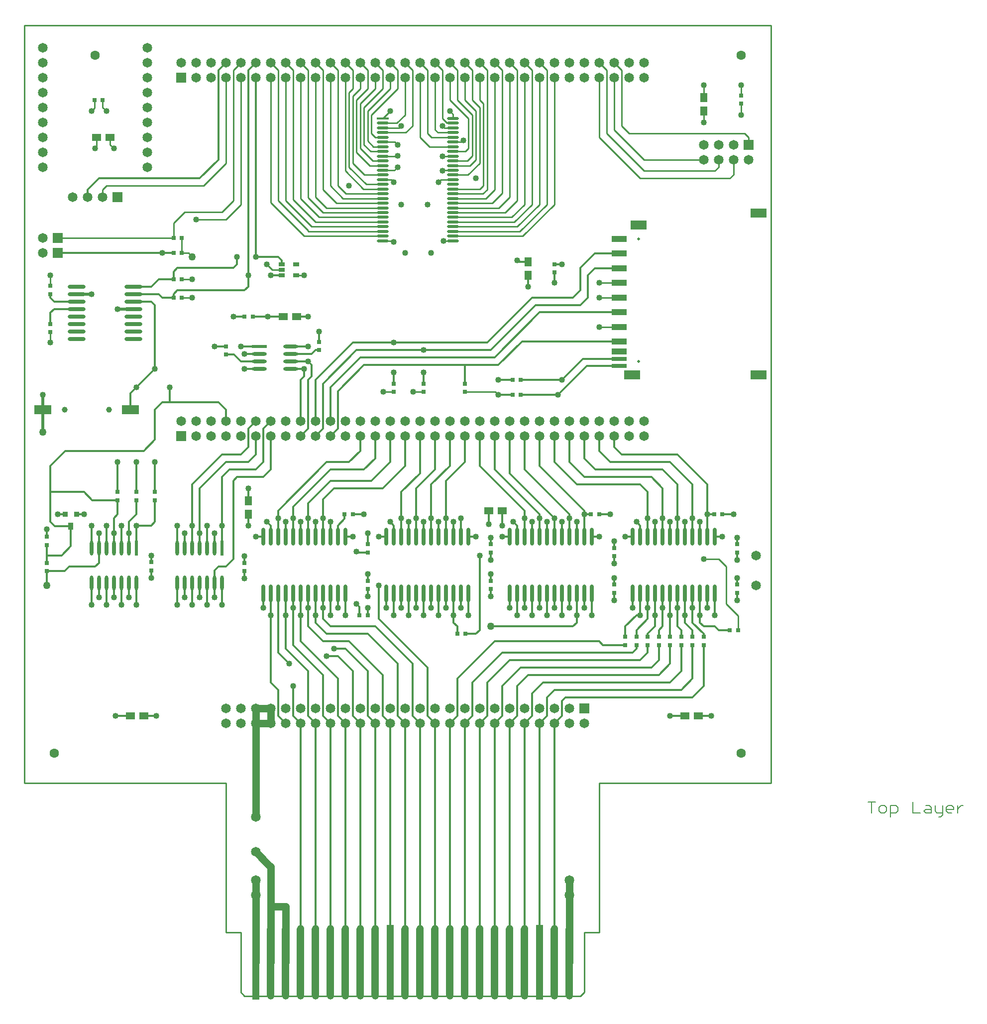
<source format=gtl>
G04*
G04 #@! TF.GenerationSoftware,Altium Limited,CircuitStudio,1.5.2 (30)*
G04*
G04 Layer_Physical_Order=1*
G04 Layer_Color=255*
%FSLAX25Y25*%
%MOIN*%
G70*
G01*
G75*
%ADD10O,0.02400X0.11937*%
%ADD11C,0.05000*%
%ADD12R,0.03000X0.03000*%
%ADD13R,0.11811X0.06300*%
%ADD14O,0.11937X0.02400*%
%ADD15R,0.09843X0.02362*%
%ADD16O,0.09843X0.02362*%
%ADD17O,0.05000X0.50000*%
%ADD18R,0.05000X0.50000*%
%ADD19R,0.03937X0.02756*%
%ADD20R,0.03600X0.05000*%
%ADD21R,0.03600X0.03600*%
%ADD22R,0.07874X0.01772*%
%ADD23O,0.07874X0.01772*%
%ADD24R,0.02362X0.09843*%
%ADD25O,0.02362X0.09843*%
%ADD26R,0.11024X0.05906*%
%ADD27R,0.09843X0.03937*%
%ADD28R,0.09843X0.02953*%
%ADD29R,0.05000X0.06000*%
%ADD30R,0.06000X0.05000*%
%ADD31R,0.03000X0.03000*%
%ADD32C,0.02000*%
%ADD33C,0.01000*%
%ADD34C,0.01200*%
%ADD35C,0.05000*%
%ADD36C,0.00800*%
%ADD37C,0.06500*%
%ADD38R,0.06500X0.06500*%
%ADD39C,0.03937*%
%ADD40C,0.01969*%
%ADD41C,0.06300*%
%ADD42R,0.06500X0.06500*%
%ADD43C,0.04000*%
D10*
X470000Y1377500D02*
D03*
X420000D02*
D03*
X415000D02*
D03*
Y1339500D02*
D03*
X465000Y1377500D02*
D03*
X460000D02*
D03*
X455000D02*
D03*
X450000D02*
D03*
X445000D02*
D03*
X440000D02*
D03*
X435000D02*
D03*
X430000D02*
D03*
X425000D02*
D03*
X460000Y1339500D02*
D03*
X465000D02*
D03*
X470000D02*
D03*
X455000D02*
D03*
X445000D02*
D03*
X450000D02*
D03*
X425000D02*
D03*
X440000D02*
D03*
X435000D02*
D03*
X430000D02*
D03*
X420000D02*
D03*
X717500Y1377500D02*
D03*
X667500D02*
D03*
X662500D02*
D03*
Y1339500D02*
D03*
X712500Y1377500D02*
D03*
X707500D02*
D03*
X702500D02*
D03*
X697500D02*
D03*
X692500D02*
D03*
X687500D02*
D03*
X682500D02*
D03*
X677500D02*
D03*
X672500D02*
D03*
X707500Y1339500D02*
D03*
X712500D02*
D03*
X717500D02*
D03*
X702500D02*
D03*
X692500D02*
D03*
X697500D02*
D03*
X672500D02*
D03*
X687500D02*
D03*
X682500D02*
D03*
X677500D02*
D03*
X667500D02*
D03*
X552500Y1377500D02*
D03*
X502500D02*
D03*
X497500D02*
D03*
Y1339500D02*
D03*
X547500Y1377500D02*
D03*
X542500D02*
D03*
X537500D02*
D03*
X532500D02*
D03*
X527500D02*
D03*
X522500D02*
D03*
X517500D02*
D03*
X512500D02*
D03*
X507500D02*
D03*
X542500Y1339500D02*
D03*
X547500D02*
D03*
X552500D02*
D03*
X537500D02*
D03*
X527500D02*
D03*
X532500D02*
D03*
X507500D02*
D03*
X522500D02*
D03*
X517500D02*
D03*
X512500D02*
D03*
X502500D02*
D03*
X635000Y1377500D02*
D03*
X585000D02*
D03*
X580000D02*
D03*
Y1339500D02*
D03*
X630000Y1377500D02*
D03*
X625000D02*
D03*
X620000D02*
D03*
X615000D02*
D03*
X610000D02*
D03*
X605000D02*
D03*
X600000D02*
D03*
X595000D02*
D03*
X590000D02*
D03*
X625000Y1339500D02*
D03*
X630000D02*
D03*
X635000D02*
D03*
X620000D02*
D03*
X610000D02*
D03*
X615000D02*
D03*
X590000D02*
D03*
X605000D02*
D03*
X600000D02*
D03*
X595000D02*
D03*
X585000D02*
D03*
D11*
X267500Y1447500D02*
D03*
X567500Y1317500D02*
D03*
X270000Y1345000D02*
D03*
X367500Y1565000D02*
D03*
D12*
X272500Y1514500D02*
D03*
Y1520000D02*
D03*
Y1545500D02*
D03*
Y1540000D02*
D03*
X550000Y1480000D02*
D03*
Y1474500D02*
D03*
X735000Y1667500D02*
D03*
Y1673000D02*
D03*
X650000Y1364500D02*
D03*
Y1370000D02*
D03*
Y1340000D02*
D03*
Y1345500D02*
D03*
X567500Y1367000D02*
D03*
Y1372500D02*
D03*
Y1342500D02*
D03*
Y1348000D02*
D03*
X485000Y1367000D02*
D03*
Y1372500D02*
D03*
Y1342500D02*
D03*
Y1348000D02*
D03*
X732500Y1367000D02*
D03*
Y1372500D02*
D03*
Y1340000D02*
D03*
Y1345500D02*
D03*
X402500Y1354500D02*
D03*
Y1360000D02*
D03*
X340000Y1355000D02*
D03*
Y1360500D02*
D03*
X270000Y1360000D02*
D03*
Y1354500D02*
D03*
Y1377500D02*
D03*
Y1372000D02*
D03*
X342500Y1407500D02*
D03*
Y1402000D02*
D03*
X317500Y1407500D02*
D03*
Y1402000D02*
D03*
X330000Y1407500D02*
D03*
Y1402000D02*
D03*
X390000Y1505000D02*
D03*
Y1499500D02*
D03*
X452500Y1502500D02*
D03*
Y1508000D02*
D03*
X610000Y1560000D02*
D03*
Y1554500D02*
D03*
X502500Y1480000D02*
D03*
Y1474500D02*
D03*
X522500Y1480000D02*
D03*
Y1474500D02*
D03*
X657500Y1310500D02*
D03*
Y1305000D02*
D03*
X710000Y1310500D02*
D03*
Y1305000D02*
D03*
X702500Y1310500D02*
D03*
Y1305000D02*
D03*
X665000Y1310500D02*
D03*
Y1305000D02*
D03*
X672500Y1310500D02*
D03*
Y1305000D02*
D03*
X680000Y1310500D02*
D03*
Y1305000D02*
D03*
X687500Y1310500D02*
D03*
Y1305000D02*
D03*
X695000Y1310500D02*
D03*
Y1305000D02*
D03*
D13*
X326161Y1462500D02*
D03*
X267500D02*
D03*
D14*
X290000Y1545000D02*
D03*
Y1540000D02*
D03*
Y1535000D02*
D03*
Y1530000D02*
D03*
Y1525000D02*
D03*
Y1520000D02*
D03*
Y1515000D02*
D03*
Y1510000D02*
D03*
X328000Y1535000D02*
D03*
Y1540000D02*
D03*
Y1545000D02*
D03*
Y1530000D02*
D03*
Y1520000D02*
D03*
Y1525000D02*
D03*
Y1515000D02*
D03*
Y1510000D02*
D03*
D15*
X412500Y1505000D02*
D03*
D16*
Y1500000D02*
D03*
Y1495000D02*
D03*
Y1490000D02*
D03*
X433287Y1505000D02*
D03*
Y1500000D02*
D03*
Y1495000D02*
D03*
Y1490000D02*
D03*
D17*
X620000Y1092500D02*
D03*
X610000D02*
D03*
X590000D02*
D03*
X580000D02*
D03*
X570000D02*
D03*
X560000D02*
D03*
X550000D02*
D03*
X540000D02*
D03*
X530000D02*
D03*
X520000D02*
D03*
X510000D02*
D03*
X490000D02*
D03*
X480000D02*
D03*
X470000D02*
D03*
X460000D02*
D03*
X450000D02*
D03*
X440000D02*
D03*
X430000D02*
D03*
X420000D02*
D03*
D18*
X600000D02*
D03*
X500000D02*
D03*
X410000D02*
D03*
D19*
X436949Y1552520D02*
D03*
Y1560000D02*
D03*
X427500Y1552520D02*
D03*
Y1556260D02*
D03*
Y1560000D02*
D03*
D20*
X286200Y1384500D02*
D03*
D21*
X290000Y1392500D02*
D03*
X282500D02*
D03*
D22*
X495000Y1657500D02*
D03*
D23*
Y1654350D02*
D03*
Y1651201D02*
D03*
Y1648051D02*
D03*
Y1644902D02*
D03*
Y1641752D02*
D03*
Y1638602D02*
D03*
Y1635453D02*
D03*
Y1632303D02*
D03*
Y1629153D02*
D03*
Y1626004D02*
D03*
Y1622854D02*
D03*
Y1619705D02*
D03*
Y1616555D02*
D03*
Y1613405D02*
D03*
Y1610256D02*
D03*
Y1607106D02*
D03*
Y1603957D02*
D03*
Y1600807D02*
D03*
Y1597657D02*
D03*
Y1594508D02*
D03*
Y1591358D02*
D03*
Y1588209D02*
D03*
Y1585059D02*
D03*
Y1581909D02*
D03*
Y1578760D02*
D03*
Y1575610D02*
D03*
X542244Y1657500D02*
D03*
Y1654350D02*
D03*
Y1651201D02*
D03*
Y1648051D02*
D03*
Y1644902D02*
D03*
Y1641752D02*
D03*
Y1638602D02*
D03*
Y1635453D02*
D03*
Y1632303D02*
D03*
Y1629153D02*
D03*
Y1626004D02*
D03*
Y1622854D02*
D03*
Y1619705D02*
D03*
Y1616555D02*
D03*
Y1613405D02*
D03*
Y1610256D02*
D03*
Y1607106D02*
D03*
Y1603957D02*
D03*
Y1600807D02*
D03*
Y1597657D02*
D03*
Y1594508D02*
D03*
Y1591358D02*
D03*
Y1588209D02*
D03*
Y1585059D02*
D03*
Y1581909D02*
D03*
Y1578760D02*
D03*
Y1575610D02*
D03*
D24*
X330000Y1370000D02*
D03*
X387500D02*
D03*
D25*
X325000D02*
D03*
X320000D02*
D03*
X315000D02*
D03*
X310000D02*
D03*
X305000D02*
D03*
X300000D02*
D03*
X330000Y1346378D02*
D03*
X325000D02*
D03*
X320000D02*
D03*
X315000D02*
D03*
X310000D02*
D03*
X305000D02*
D03*
X300000D02*
D03*
X382500Y1370000D02*
D03*
X377500D02*
D03*
X372500D02*
D03*
X367500D02*
D03*
X362500D02*
D03*
X357500D02*
D03*
X387500Y1346378D02*
D03*
X382500D02*
D03*
X377500D02*
D03*
X372500D02*
D03*
X367500D02*
D03*
X362500D02*
D03*
X357500D02*
D03*
D26*
X662057Y1485768D02*
D03*
X746703D02*
D03*
Y1594232D02*
D03*
X666486Y1586260D02*
D03*
D27*
X653297Y1576910D02*
D03*
Y1501595D02*
D03*
Y1508287D02*
D03*
Y1517854D02*
D03*
Y1527697D02*
D03*
Y1537539D02*
D03*
Y1547382D02*
D03*
Y1557224D02*
D03*
Y1567067D02*
D03*
D28*
Y1496476D02*
D03*
Y1491752D02*
D03*
D29*
X592500Y1552500D02*
D03*
Y1561500D02*
D03*
X710000Y1671500D02*
D03*
Y1662500D02*
D03*
X405000Y1392500D02*
D03*
Y1401500D02*
D03*
D30*
X575000Y1395000D02*
D03*
X566000D02*
D03*
X335000Y1257500D02*
D03*
X326000D02*
D03*
X697500D02*
D03*
X706500D02*
D03*
X437500Y1525000D02*
D03*
X428500D02*
D03*
X303500Y1645000D02*
D03*
X312500D02*
D03*
D31*
X469500Y1392500D02*
D03*
X475000D02*
D03*
X717000D02*
D03*
X722500D02*
D03*
X634500D02*
D03*
X640000D02*
D03*
X479500Y1325000D02*
D03*
X485000D02*
D03*
X727500Y1315000D02*
D03*
X733000D02*
D03*
X545000Y1312500D02*
D03*
X550500D02*
D03*
X402500Y1525000D02*
D03*
X408000D02*
D03*
X307500Y1670000D02*
D03*
X302000D02*
D03*
X355000Y1537500D02*
D03*
X360500D02*
D03*
X355000Y1550000D02*
D03*
X360500D02*
D03*
X587500Y1482500D02*
D03*
X582000D02*
D03*
X587500Y1472500D02*
D03*
X582000D02*
D03*
X355000Y1577500D02*
D03*
X360500D02*
D03*
X355000Y1567500D02*
D03*
X360500D02*
D03*
D32*
X317500Y1530000D02*
X328000D01*
X267500Y1447500D02*
Y1462500D01*
Y1472500D01*
X290000Y1540000D02*
X300000D01*
D33*
X725000Y1332500D02*
Y1357500D01*
X720000Y1362500D02*
X725000Y1357500D01*
X710000Y1362500D02*
X720000D01*
X360500Y1550000D02*
X367500D01*
X360500Y1537500D02*
X367500D01*
X272500Y1545500D02*
Y1552500D01*
Y1507500D02*
Y1514500D01*
X640118Y1517854D02*
X653297D01*
X277500Y1577500D02*
X355000D01*
X570500Y1474500D02*
X572500Y1472500D01*
X550000Y1474500D02*
X570500D01*
X640118Y1547382D02*
X653297D01*
X640039Y1537539D02*
X653297D01*
X303500Y1638500D02*
Y1645000D01*
X302500Y1637500D02*
X303500Y1638500D01*
X307500Y1665000D02*
Y1670000D01*
Y1665000D02*
X310000Y1662500D01*
X733000Y1315000D02*
Y1324500D01*
X725000Y1332500D02*
X733000Y1324500D01*
X360500Y1567500D02*
Y1577500D01*
X300000Y1662500D02*
X302000Y1664500D01*
Y1670000D01*
X312500Y1640000D02*
X315000Y1637500D01*
X312500Y1640000D02*
Y1645000D01*
X420000Y1695000D02*
X425000Y1690000D01*
X430000Y1695000D02*
X435000Y1690000D01*
X440000Y1695000D02*
X445000Y1690000D01*
X450000Y1695000D02*
X455000Y1690000D01*
X460000Y1695000D02*
X465000Y1690000D01*
X470000Y1695000D02*
X475000Y1690000D01*
X480000Y1695000D02*
X485000Y1690000D01*
X425000Y1602500D02*
Y1690000D01*
X435000Y1603209D02*
Y1690000D01*
X445000Y1604508D02*
Y1690000D01*
X455000Y1610000D02*
Y1690000D01*
X475000Y1677500D02*
Y1690000D01*
X480000Y1677500D02*
Y1685000D01*
X485000Y1677500D02*
Y1690000D01*
X490000Y1677500D02*
Y1685000D01*
Y1695000D02*
X495000Y1690000D01*
Y1677500D02*
Y1690000D01*
X500000Y1677500D02*
Y1685000D01*
Y1695000D02*
X505000Y1690000D01*
Y1677500D02*
Y1690000D01*
X510000Y1660000D02*
Y1685000D01*
X504350Y1654350D02*
X510000Y1660000D01*
X495000Y1654350D02*
X504350D01*
X510000Y1695000D02*
X515000Y1690000D01*
X490098Y1644902D02*
X495000D01*
X487500Y1647500D02*
X490098Y1644902D01*
X487500Y1647500D02*
Y1660000D01*
X505000Y1677500D01*
X488898Y1638602D02*
X495000D01*
X485000Y1642500D02*
X488898Y1638602D01*
X485000Y1642500D02*
Y1662500D01*
X500000Y1677500D01*
X487047Y1635453D02*
X495000D01*
X482500Y1640000D02*
X487047Y1635453D01*
X482500Y1640000D02*
Y1665000D01*
X495000Y1677500D01*
X488346Y1629153D02*
X495000D01*
X480000Y1637500D02*
X488346Y1629153D01*
X480000Y1637500D02*
Y1667500D01*
X490000Y1677500D01*
X486496Y1626004D02*
X495000D01*
X477500Y1635000D02*
X486496Y1626004D01*
X477500Y1635000D02*
Y1670000D01*
X485000Y1677500D01*
X482795Y1619705D02*
X495000D01*
X475000Y1627500D02*
X482795Y1619705D01*
X475000Y1627500D02*
Y1672500D01*
X480000Y1677500D01*
X472500Y1675000D02*
X475000Y1677500D01*
X468543Y1603957D02*
X495000D01*
X460000Y1612500D02*
X468543Y1603957D01*
X460000Y1612500D02*
Y1685000D01*
X464193Y1600807D02*
X495000D01*
X455000Y1610000D02*
X464193Y1600807D01*
X457343Y1597657D02*
X495000D01*
X450000Y1605000D02*
X457343Y1597657D01*
X450000Y1605000D02*
Y1685000D01*
X445000Y1604508D02*
X455000Y1594508D01*
X495000D01*
X440000Y1603858D02*
Y1685000D01*
Y1603858D02*
X452500Y1591358D01*
X495000D01*
X435000Y1603209D02*
X450000Y1588209D01*
X495000D01*
X430000Y1602559D02*
Y1685000D01*
Y1602559D02*
X447500Y1585059D01*
X495000D01*
X425000Y1602500D02*
X445000Y1582500D01*
Y1581909D02*
X495000D01*
X420000Y1601260D02*
X442500Y1578760D01*
X420000Y1601260D02*
Y1685000D01*
X442500Y1578760D02*
X495000D01*
X520000Y1645000D02*
Y1685000D01*
Y1695000D02*
X525000Y1690000D01*
X526398Y1638602D02*
X542244D01*
X520000Y1645000D02*
X526398Y1638602D01*
X525000Y1647500D02*
Y1690000D01*
Y1647500D02*
X527598Y1644902D01*
X542244D01*
X530000Y1695000D02*
X535000Y1690000D01*
X538150Y1654350D02*
X542244D01*
X535000Y1657500D02*
X538150Y1654350D01*
X535000Y1657500D02*
Y1690000D01*
X540000Y1670000D02*
Y1685000D01*
Y1670000D02*
X552500Y1657500D01*
Y1637500D02*
Y1657500D01*
X550453Y1635453D02*
X552500Y1637500D01*
X542244Y1635453D02*
X550453D01*
X540000Y1695000D02*
X545000Y1690000D01*
Y1670000D02*
Y1690000D01*
Y1670000D02*
X555000Y1660000D01*
Y1632500D02*
Y1660000D01*
X551653Y1629153D02*
X555000Y1632500D01*
X542244Y1629153D02*
X551653D01*
X550000Y1670000D02*
Y1685000D01*
Y1670000D02*
X557500Y1662500D01*
Y1630000D02*
Y1662500D01*
X553504Y1626004D02*
X557500Y1630000D01*
X542244Y1626004D02*
X553504D01*
X550000Y1695000D02*
X555000Y1690000D01*
Y1670000D02*
Y1690000D01*
Y1670000D02*
X560000Y1665000D01*
Y1627500D02*
Y1665000D01*
X552205Y1619705D02*
X560000Y1627500D01*
X542244Y1619705D02*
X552205D01*
X560000Y1670000D02*
Y1685000D01*
Y1670000D02*
X562500Y1667500D01*
Y1612500D02*
Y1667500D01*
X560256Y1610256D02*
X562500Y1612500D01*
X542244Y1610256D02*
X560256D01*
X560000Y1695000D02*
X565000Y1690000D01*
Y1610000D02*
Y1690000D01*
X542244Y1607106D02*
X562106D01*
X565000Y1610000D01*
X570000D02*
Y1685000D01*
X563957Y1603957D02*
X570000Y1610000D01*
X542244Y1603957D02*
X563957D01*
X570000Y1695000D02*
X575000Y1690000D01*
X542244Y1600807D02*
X568307D01*
X575000Y1607500D01*
Y1690000D01*
X580000Y1605000D02*
Y1685000D01*
X572657Y1597657D02*
X580000Y1605000D01*
X542244Y1597657D02*
X572657D01*
X580000Y1695000D02*
X585000Y1690000D01*
Y1602500D02*
Y1690000D01*
X577008Y1594508D02*
X585000Y1602500D01*
X542244Y1594508D02*
X577008D01*
X590000Y1600000D02*
Y1685000D01*
X581358Y1591358D02*
X590000Y1600000D01*
X542244Y1591358D02*
X581358D01*
X590000Y1695000D02*
X595000Y1690000D01*
Y1600000D02*
Y1690000D01*
X583209Y1588209D02*
X595000Y1600000D01*
X542244Y1588209D02*
X583209D01*
X600000Y1600000D02*
Y1685000D01*
X585059Y1585059D02*
X600000Y1600000D01*
X542244Y1585059D02*
X585059D01*
X600000Y1695000D02*
X605000Y1690000D01*
Y1600000D02*
Y1690000D01*
X586909Y1581909D02*
X605000Y1600000D01*
X542244Y1581909D02*
X586909D01*
X610000Y1600000D02*
Y1685000D01*
X588760Y1578760D02*
X610000Y1600000D01*
X542244Y1578760D02*
X588760D01*
X542244Y1657500D02*
Y1660256D01*
X540000Y1662500D02*
X542244Y1660256D01*
X530000Y1650000D02*
Y1685000D01*
Y1650000D02*
X531949Y1648051D01*
X542244D01*
X536299Y1651201D02*
X542244D01*
X535000Y1652500D02*
X536299Y1651201D01*
X535197Y1632303D02*
X542244D01*
X535354Y1622854D02*
X542244D01*
X535000Y1622500D02*
X535354Y1622854D01*
X542244Y1641752D02*
X547752D01*
X549000Y1643000D01*
X534055Y1616555D02*
X542244D01*
X532500Y1615000D02*
X534055Y1616555D01*
X535610Y1575610D02*
X542244D01*
X495000D02*
X501890D01*
X502500Y1575000D01*
X495000Y1616555D02*
X500945D01*
X502500Y1615000D01*
X495000Y1622854D02*
X502854D01*
X505000Y1625000D01*
X495000Y1632303D02*
X504803D01*
X505000Y1632500D01*
X495000Y1641752D02*
X503248D01*
X505000Y1640000D01*
X495000Y1648051D02*
X510551D01*
X515000Y1652500D01*
Y1690000D01*
X495000Y1651201D02*
X506201D01*
X507500Y1652500D01*
X495000Y1657500D02*
X500000Y1662500D01*
X465000Y1612500D02*
Y1690000D01*
Y1612500D02*
X470394Y1607106D01*
X495000D01*
X472500Y1625000D02*
Y1675000D01*
Y1625000D02*
X484094Y1613405D01*
X495000D01*
X470000Y1622500D02*
Y1685000D01*
Y1622500D02*
X482244Y1610256D01*
X495000D01*
X360500Y1567500D02*
X365000D01*
X367500Y1565000D01*
X710000Y1671500D02*
Y1680000D01*
Y1655000D02*
Y1662500D01*
X735000Y1673000D02*
Y1680000D01*
Y1660000D02*
Y1667500D01*
X740000Y1640000D02*
Y1645000D01*
X737500Y1647500D02*
X740000Y1645000D01*
X730000Y1620000D02*
Y1630000D01*
X727500Y1617500D02*
X730000Y1620000D01*
X720000Y1625000D02*
Y1630000D01*
X717500Y1622500D02*
X720000Y1625000D01*
X650000Y1695000D02*
X655000Y1690000D01*
X640000Y1695000D02*
X645000Y1690000D01*
X307500Y1605000D02*
Y1610000D01*
X310000Y1612500D01*
X375000D01*
X390000Y1627500D01*
Y1685000D01*
X395000Y1690000D02*
X400000Y1695000D01*
X355000Y1577500D02*
Y1587500D01*
X362500Y1595000D01*
X387500D01*
X395000Y1602500D01*
Y1690000D01*
X400000Y1600000D02*
Y1685000D01*
X390000Y1590000D02*
X400000Y1600000D01*
X370000Y1590000D02*
X390000D01*
X495500Y1474500D02*
X502500D01*
X436949Y1552520D02*
X442480D01*
X417500Y1560000D02*
X421240Y1556260D01*
X427500D01*
X640000Y1645000D02*
Y1685000D01*
Y1645000D02*
X667500Y1617500D01*
X727500D01*
X645000Y1647500D02*
Y1690000D01*
Y1647500D02*
X670000Y1622500D01*
X717500D01*
X650000Y1650000D02*
Y1685000D01*
Y1650000D02*
X670000Y1630000D01*
X710000D01*
X655000Y1652500D02*
Y1690000D01*
Y1652500D02*
X660000Y1647500D01*
X737500D01*
X515500Y1474500D02*
X522500D01*
X755000Y1212500D02*
Y1720000D01*
X640000Y1112500D02*
Y1212500D01*
X390000Y1112500D02*
Y1212500D01*
X640000D02*
X755000D01*
X255000D02*
X390000D01*
X400000Y1072500D02*
X402500Y1070000D01*
X627500D02*
X630000Y1072500D01*
X255000Y1212500D02*
Y1720000D01*
X755000D01*
X390000Y1112500D02*
X400000D01*
Y1072500D02*
Y1112500D01*
X402500Y1070000D02*
X627500D01*
X630000Y1072500D02*
Y1112500D01*
X640000D01*
D34*
X342500Y1490000D02*
Y1532500D01*
X326161Y1473661D02*
X342500Y1490000D01*
X326161Y1462500D02*
Y1473661D01*
X340000Y1535000D02*
X342500Y1532500D01*
X328000Y1535000D02*
X340000D01*
X357500Y1542500D02*
X402500D01*
X405000Y1545000D01*
Y1552500D01*
X397480Y1559980D02*
Y1564980D01*
X395000Y1557500D02*
X397480Y1559980D01*
X357500Y1557500D02*
X395000D01*
X355000Y1555000D02*
X357500Y1557500D01*
X355000Y1550000D02*
Y1555000D01*
Y1540000D02*
X357500Y1542500D01*
X355000Y1537500D02*
Y1540000D01*
X347500Y1537500D02*
X355000D01*
X345000Y1540000D02*
X347500Y1537500D01*
X328000Y1540000D02*
X345000D01*
Y1550000D02*
X355000D01*
X340000Y1545000D02*
X345000Y1550000D01*
X328000Y1545000D02*
X340000D01*
X272500Y1520000D02*
Y1527500D01*
X275000Y1530000D01*
X290000D01*
X272500Y1537500D02*
Y1540000D01*
Y1537500D02*
X275000Y1535000D01*
X290000D01*
X342500Y1462500D02*
X347500Y1467500D01*
X342500Y1442500D02*
Y1462500D01*
X335000Y1435000D02*
X342500Y1442500D01*
X282500Y1435000D02*
X335000D01*
X452500Y1508000D02*
Y1515000D01*
X402500Y1500000D02*
X412500D01*
X400000Y1505000D02*
X412500D01*
X395500Y1499500D02*
X400000Y1495000D01*
X412500D01*
X402500Y1490000D02*
X412500D01*
X477500Y1502500D02*
X522500D01*
X455000Y1480000D02*
X477500Y1502500D01*
X455000Y1450000D02*
Y1480000D01*
X480000Y1497500D02*
X570000D01*
X460000Y1477500D02*
X480000Y1497500D01*
X460000Y1455000D02*
Y1477500D01*
X482500Y1492500D02*
X550000D01*
X465000Y1475000D02*
X482500Y1492500D01*
X465000Y1450000D02*
Y1475000D01*
X450000Y1482500D02*
X475000Y1507500D01*
X457500Y1427500D02*
X472500D01*
X425000Y1395000D02*
X457500Y1427500D01*
X425000Y1390000D02*
Y1395000D01*
X460000Y1422500D02*
X482500D01*
X435000Y1397500D02*
X460000Y1422500D01*
X435000Y1390000D02*
Y1397500D01*
X460000Y1415000D02*
X487500D01*
X445000Y1400000D02*
X460000Y1415000D01*
X445000Y1390000D02*
Y1400000D01*
X682500Y1390000D02*
Y1410000D01*
X675000Y1417500D02*
X682500Y1410000D01*
X630000Y1417500D02*
X675000D01*
X692500Y1390000D02*
Y1412500D01*
X682500Y1422500D02*
X692500Y1412500D01*
X637500Y1422500D02*
X682500D01*
X702500Y1390000D02*
Y1412500D01*
X687500Y1427500D02*
X702500Y1412500D01*
X647500Y1427500D02*
X687500D01*
X712500Y1393000D02*
Y1412500D01*
X692500Y1432500D02*
X712500Y1412500D01*
X655000Y1432500D02*
X692500D01*
X272500Y1425000D02*
X282500Y1435000D01*
X397500Y1417500D02*
X415000D01*
X395000Y1415000D02*
X397500Y1417500D01*
X395000Y1362500D02*
Y1415000D01*
X392500Y1422500D02*
X410000D01*
X387500Y1417500D02*
X392500Y1422500D01*
X387500Y1385000D02*
Y1417500D01*
X390000Y1427500D02*
X405000D01*
X372500Y1410000D02*
X390000Y1427500D01*
X372500Y1380000D02*
Y1410000D01*
X387500Y1432500D02*
X400000D01*
X367500Y1412500D02*
X387500Y1432500D01*
X367500Y1385000D02*
Y1412500D01*
X672500Y1390000D02*
Y1407500D01*
X667500Y1412500D02*
X672500Y1407500D01*
X625000Y1412500D02*
X667500D01*
X570000Y1307500D02*
X640000D01*
X545000Y1282500D02*
X570000Y1307500D01*
X545000Y1257500D02*
Y1282500D01*
X550000Y1480000D02*
Y1492500D01*
X631752Y1491752D02*
X653297D01*
X612500Y1472500D02*
X631752Y1491752D01*
X587500Y1472500D02*
X612500D01*
X628976Y1496476D02*
X653297D01*
X615000Y1482500D02*
X628976Y1496476D01*
X587500Y1482500D02*
X615000D01*
X277500Y1392500D02*
X282500D01*
X330000Y1407500D02*
Y1427500D01*
X342500Y1407500D02*
Y1427500D01*
X317500Y1407500D02*
Y1427500D01*
X567500Y1372500D02*
Y1377000D01*
X650000Y1370000D02*
Y1374500D01*
X732500Y1372500D02*
Y1377000D01*
X717500Y1377500D02*
X722500D01*
X635000D02*
X640000D01*
X552500D02*
X557500D01*
X470000D02*
X475000D01*
X566000Y1386000D02*
Y1395000D01*
X433287Y1505000D02*
X445000D01*
X437500Y1525000D02*
X445000D01*
X395000D02*
X402500D01*
X550500Y1312500D02*
X557500D01*
X560000Y1315000D01*
Y1365000D01*
X405000Y1401500D02*
Y1410000D01*
X485000Y1372500D02*
Y1380000D01*
X382500Y1505000D02*
X390000D01*
X717500Y1325000D02*
Y1339500D01*
X635000Y1325000D02*
Y1339500D01*
X552500Y1325000D02*
Y1339500D01*
X470000Y1325000D02*
Y1339500D01*
X387500Y1331878D02*
Y1346378D01*
X330000Y1331878D02*
Y1346378D01*
X485000Y1337500D02*
Y1342500D01*
X340000Y1350000D02*
Y1355000D01*
X567500Y1337500D02*
Y1342500D01*
X650000Y1335000D02*
Y1340000D01*
X732500Y1335000D02*
Y1340000D01*
X706500Y1257500D02*
X715000D01*
X316000D02*
X326000D01*
X402500Y1349500D02*
Y1354500D01*
X610000Y1547500D02*
Y1554500D01*
Y1560000D02*
X615000D01*
X592500Y1545000D02*
Y1552500D01*
X586000Y1561500D02*
X592500D01*
X585000Y1562500D02*
X586000Y1561500D01*
X572500Y1482500D02*
X582000D01*
X572500Y1472500D02*
X582000D01*
X450000Y1502500D02*
X452500D01*
X447500Y1500000D02*
X450000Y1502500D01*
X433287Y1500000D02*
X447500D01*
X390000Y1499500D02*
X395500D01*
X625000Y1320000D02*
Y1325000D01*
X622500Y1317500D02*
X625000Y1320000D01*
X567500Y1317500D02*
X622500D01*
X477500Y1367500D02*
X478000Y1367000D01*
X485000D01*
X402500Y1360000D02*
Y1364500D01*
X335000Y1257500D02*
X343500D01*
X687500D02*
X697500D01*
X542500Y1320000D02*
Y1325000D01*
Y1320000D02*
X545000Y1317500D01*
Y1312500D02*
Y1317500D01*
X408000Y1525000D02*
X428500D01*
X433287Y1495000D02*
X445000D01*
X433287Y1490000D02*
X442500D01*
X469500Y1389500D02*
Y1392500D01*
X465000Y1385000D02*
X469500Y1389500D01*
X465000Y1377500D02*
Y1385000D01*
X460000Y1377500D02*
Y1387500D01*
X455000Y1377500D02*
Y1390000D01*
Y1402500D01*
X450000Y1377500D02*
Y1387500D01*
X445000Y1377500D02*
Y1390000D01*
X440000Y1377500D02*
Y1387500D01*
X435000Y1377500D02*
Y1390000D01*
X430000Y1377500D02*
Y1387500D01*
X425000Y1377500D02*
Y1390000D01*
X547500Y1377500D02*
Y1390000D01*
X542500Y1377500D02*
Y1387500D01*
X537500Y1390000D02*
Y1415000D01*
Y1377500D02*
Y1390000D01*
X532500Y1377500D02*
Y1387500D01*
X527500Y1390000D02*
Y1412500D01*
Y1377500D02*
Y1390000D01*
X522500Y1377500D02*
Y1387500D01*
X517500Y1390000D02*
Y1410000D01*
Y1377500D02*
Y1390000D01*
X512500Y1377500D02*
Y1387500D01*
X507500Y1390000D02*
Y1407500D01*
Y1377500D02*
Y1390000D01*
X630000Y1392500D02*
X634000D01*
X634500Y1392000D01*
X630000Y1377500D02*
Y1392500D01*
X625000Y1377500D02*
Y1387500D01*
X620000Y1377500D02*
Y1390000D01*
X615000Y1377500D02*
Y1387500D01*
X610000Y1377500D02*
Y1390000D01*
X605000Y1377500D02*
Y1387500D01*
X600000Y1390000D02*
Y1392500D01*
Y1377500D02*
Y1390000D01*
X595000Y1377500D02*
Y1387500D01*
X590000Y1377500D02*
Y1390000D01*
Y1395000D01*
X712500Y1393000D02*
X713000Y1392500D01*
X717000D01*
X712500D02*
Y1393000D01*
Y1377500D02*
Y1392500D01*
X707500Y1377500D02*
Y1387500D01*
X702500Y1377500D02*
Y1390000D01*
X697500Y1377500D02*
Y1387500D01*
X692500Y1377500D02*
Y1390000D01*
X687500Y1377500D02*
Y1387500D01*
X682500Y1377500D02*
Y1390000D01*
X677500Y1377500D02*
Y1387500D01*
X672500Y1377500D02*
Y1390000D01*
X510000Y1425000D02*
Y1445000D01*
X495000Y1410000D02*
X510000Y1425000D01*
X520000Y1420000D02*
Y1445000D01*
X507500Y1407500D02*
X520000Y1420000D01*
X530000Y1422500D02*
Y1445000D01*
X517500Y1410000D02*
X530000Y1422500D01*
X540000Y1425000D02*
Y1445000D01*
X527500Y1412500D02*
X540000Y1425000D01*
X550000Y1427500D02*
Y1445000D01*
X537500Y1415000D02*
X550000Y1427500D01*
X650000Y1437500D02*
X655000Y1432500D01*
X650000Y1437500D02*
Y1445000D01*
X620000Y1427500D02*
X630000Y1417500D01*
X620000Y1427500D02*
Y1445000D01*
X630000Y1430000D02*
X637500Y1422500D01*
X630000Y1430000D02*
Y1445000D01*
X640000Y1435000D02*
X647500Y1427500D01*
X640000Y1435000D02*
Y1445000D01*
X610000Y1427500D02*
X625000Y1412500D01*
X692500Y1317500D02*
Y1330000D01*
X687500Y1310500D02*
Y1325000D01*
X682500Y1317500D02*
Y1330000D01*
X677500Y1317500D02*
Y1325000D01*
X420000Y1422500D02*
Y1445000D01*
X415000Y1417500D02*
X420000Y1422500D01*
X410000D02*
X415000Y1427500D01*
Y1450000D01*
X420000Y1455000D01*
X405000Y1427500D02*
X410000Y1432500D01*
Y1445000D01*
X405000Y1450000D02*
X410000Y1455000D01*
X405000Y1437500D02*
Y1450000D01*
X400000Y1432500D02*
X405000Y1437500D01*
X385000Y1467500D02*
X390000Y1462500D01*
Y1455000D02*
Y1462500D01*
Y1357500D02*
X395000Y1362500D01*
X385000Y1357500D02*
X390000D01*
X382500Y1346378D02*
Y1355000D01*
Y1336878D02*
Y1346378D01*
Y1355000D02*
X385000Y1357500D01*
X272500Y1387500D02*
X275500Y1384500D01*
X286200D01*
X462500Y1410000D02*
X495000D01*
X455000Y1402500D02*
X462500Y1410000D01*
X487500Y1415000D02*
X500000Y1427500D01*
Y1445000D01*
X490000Y1430000D02*
Y1445000D01*
X482500Y1422500D02*
X490000Y1430000D01*
X480000Y1435000D02*
Y1445000D01*
X472500Y1427500D02*
X480000Y1435000D01*
X300000Y1331878D02*
Y1346378D01*
X315000Y1336878D02*
Y1346378D01*
X570000Y1422500D02*
X600000Y1392500D01*
X570000Y1422500D02*
Y1445000D01*
X560000Y1425000D02*
Y1445000D01*
X580000Y1420000D02*
Y1445000D01*
Y1420000D02*
X610000Y1390000D01*
X560000Y1425000D02*
X590000Y1395000D01*
X634500Y1392000D02*
Y1392500D01*
X610000Y1427500D02*
Y1445000D01*
X575000Y1385000D02*
Y1395000D01*
X405000Y1385000D02*
Y1392500D01*
X475000D02*
X482500D01*
X417500Y1387500D02*
X420000Y1385000D01*
Y1377500D02*
Y1385000D01*
X410000Y1377500D02*
X415000D01*
X500000Y1387500D02*
X502500Y1385000D01*
Y1377500D02*
Y1385000D01*
X492500Y1377500D02*
X497500D01*
X640000Y1392500D02*
X647500D01*
X575000Y1377500D02*
X580000D01*
X585000D02*
Y1385000D01*
X582500Y1387500D02*
X585000Y1385000D01*
X665000Y1387500D02*
X667500Y1385000D01*
Y1377500D02*
Y1385000D01*
X657500Y1377500D02*
X662500D01*
X722500Y1392500D02*
X730000D01*
X732500Y1345500D02*
Y1350000D01*
Y1362000D02*
Y1367000D01*
X650000Y1359500D02*
Y1364500D01*
Y1345500D02*
Y1350000D01*
X567500Y1362000D02*
Y1367000D01*
Y1348000D02*
Y1352500D01*
X270000Y1377500D02*
Y1382500D01*
X340000Y1360500D02*
Y1365000D01*
X485000Y1325000D02*
Y1330000D01*
X477500Y1332500D02*
X479500Y1330500D01*
Y1325000D02*
Y1330500D01*
X492500Y1322500D02*
Y1345000D01*
Y1322500D02*
X525000Y1290000D01*
X485000Y1348000D02*
Y1352500D01*
X342500Y1387500D02*
Y1402000D01*
X340000Y1385000D02*
X342500Y1387500D01*
X330000Y1385000D02*
X340000D01*
X325000Y1387500D02*
X330000Y1392500D01*
Y1402000D01*
X325000Y1380000D02*
Y1387500D01*
X317500Y1392500D02*
Y1402000D01*
X315000Y1390000D02*
X317500Y1392500D01*
X315000Y1380000D02*
Y1390000D01*
X320000Y1331878D02*
Y1346378D01*
X325000Y1336878D02*
Y1346378D01*
X310000Y1331878D02*
Y1346378D01*
X305000Y1336878D02*
Y1346378D01*
X300000Y1370000D02*
Y1385000D01*
X310000Y1370000D02*
Y1385000D01*
X305000Y1370000D02*
Y1380000D01*
X320000Y1370000D02*
Y1385000D01*
X315000Y1370000D02*
Y1380000D01*
X325000Y1370000D02*
Y1380000D01*
X330000Y1370000D02*
Y1385000D01*
X377500Y1370000D02*
Y1385000D01*
X420000Y1280000D02*
X425000Y1275000D01*
X420000Y1280000D02*
Y1325000D01*
X290000Y1392500D02*
X295000D01*
X270000Y1345000D02*
Y1354500D01*
Y1365000D02*
Y1372000D01*
Y1360000D02*
Y1365000D01*
X280000D01*
X286200Y1371200D01*
Y1384500D01*
X357500Y1370000D02*
Y1385000D01*
X367500Y1370000D02*
Y1385000D01*
X362500Y1370000D02*
Y1380000D01*
X372500Y1370000D02*
Y1380000D01*
X382500Y1370000D02*
Y1380000D01*
X387500Y1370000D02*
Y1385000D01*
X425000Y1300000D02*
X432500Y1292500D01*
X445000Y1257500D02*
Y1287500D01*
X430000Y1302500D02*
X445000Y1287500D01*
X430000Y1302500D02*
Y1325000D01*
X455000Y1257500D02*
Y1285000D01*
X435000Y1305000D02*
X455000Y1285000D01*
X435000Y1305000D02*
Y1330000D01*
X465000Y1257500D02*
Y1282500D01*
X440000Y1307500D02*
X465000Y1282500D01*
X440000Y1307500D02*
Y1325000D01*
X457500Y1297500D02*
X465000D01*
X475000Y1287500D01*
Y1257500D02*
Y1287500D01*
X470000Y1302500D02*
X485000Y1287500D01*
X462500Y1302500D02*
X470000D01*
X485000Y1257500D02*
Y1287500D01*
X472500Y1307500D02*
X495000Y1285000D01*
X455000Y1307500D02*
X472500D01*
X445000Y1317500D02*
X455000Y1307500D01*
X445000Y1317500D02*
Y1330000D01*
X495000Y1257500D02*
Y1285000D01*
X505000Y1257500D02*
Y1292500D01*
X485000Y1312500D02*
X505000Y1292500D01*
X457500Y1312500D02*
X485000D01*
X450000Y1320000D02*
X457500Y1312500D01*
X450000Y1320000D02*
Y1325000D01*
X515000Y1257500D02*
Y1292500D01*
X490000Y1317500D02*
X515000Y1292500D01*
X460000Y1317500D02*
X490000D01*
X455000Y1322500D02*
X460000Y1317500D01*
X455000Y1322500D02*
Y1330000D01*
X425000Y1257500D02*
Y1275000D01*
Y1257500D02*
X430000Y1252500D01*
X435000Y1257500D02*
Y1277500D01*
Y1257500D02*
X440000Y1252500D01*
X445000Y1257500D02*
X450000Y1252500D01*
X460000Y1092500D02*
Y1252500D01*
Y1085000D02*
Y1092500D01*
X455000Y1257500D02*
X460000Y1252500D01*
X470000Y1092500D02*
Y1252500D01*
Y1085000D02*
Y1092500D01*
X465000Y1257500D02*
X470000Y1252500D01*
X480000Y1092500D02*
Y1252500D01*
X475000Y1257500D02*
X480000Y1252500D01*
X490000Y1092500D02*
Y1252500D01*
X485000Y1257500D02*
X490000Y1252500D01*
X495000Y1257500D02*
X500000Y1252500D01*
X505000Y1257500D02*
X510000Y1252500D01*
X515000Y1257500D02*
X520000Y1252500D01*
X525000Y1257500D02*
Y1290000D01*
Y1257500D02*
X530000Y1252500D01*
X540000D02*
X545000Y1257500D01*
X550000Y1252500D02*
X555000Y1257500D01*
X560000Y1252500D02*
X565000Y1257500D01*
X570000Y1252500D02*
X575000Y1257500D01*
X580000Y1252500D02*
X585000Y1257500D01*
X590000Y1252500D02*
X595000Y1257500D01*
X600000Y1252500D02*
X605000Y1257500D01*
X610000Y1252500D02*
X615000Y1257500D01*
X362500Y1336878D02*
Y1346378D01*
X367500Y1331878D02*
Y1346378D01*
X357500Y1331878D02*
Y1346378D01*
X377500Y1331878D02*
Y1346378D01*
X372500Y1336878D02*
Y1346378D01*
X430000Y1325000D02*
Y1339500D01*
X425000Y1300000D02*
Y1339500D01*
X445000Y1330000D02*
Y1339500D01*
X450000Y1325000D02*
Y1339500D01*
X440000Y1325000D02*
Y1339500D01*
X435000Y1330000D02*
Y1339500D01*
X465000Y1330000D02*
Y1339500D01*
X460000Y1325000D02*
Y1339500D01*
X455000Y1330000D02*
Y1339500D01*
X415000Y1330000D02*
Y1339500D01*
X420000Y1325000D02*
Y1339500D01*
X547500Y1330000D02*
Y1339500D01*
X542500Y1325000D02*
Y1339500D01*
X497500Y1330000D02*
Y1339500D01*
X625000Y1325000D02*
Y1339500D01*
X667500Y1325000D02*
Y1339500D01*
X662500Y1330000D02*
Y1339500D01*
X630000Y1330000D02*
Y1339500D01*
X702500Y1330000D02*
Y1339500D01*
X707500Y1325000D02*
Y1339500D01*
X712500Y1330000D02*
Y1339500D01*
X682500Y1330000D02*
Y1339500D01*
X687500Y1325000D02*
Y1339500D01*
X697500Y1325000D02*
Y1339500D01*
X692500Y1330000D02*
Y1339500D01*
X672500Y1330000D02*
Y1339500D01*
X677500Y1325000D02*
Y1339500D01*
X450000Y1092500D02*
Y1252500D01*
X440000Y1092500D02*
Y1252500D01*
X530000Y1092500D02*
Y1252500D01*
X540000Y1092500D02*
Y1252500D01*
X550000Y1092500D02*
Y1252500D01*
X560000Y1092500D02*
Y1252500D01*
X510000Y1092500D02*
Y1252500D01*
X500000Y1092500D02*
Y1252500D01*
X520000Y1092500D02*
Y1252500D01*
X570000Y1092500D02*
Y1252500D01*
X580000Y1092500D02*
Y1252500D01*
X590000Y1092500D02*
Y1252500D01*
X600000Y1092500D02*
Y1252500D01*
X610000Y1092500D02*
Y1252500D01*
X297500Y1605000D02*
Y1610000D01*
X385000Y1630000D02*
Y1690000D01*
X390000Y1695000D01*
X297500Y1610000D02*
X305000Y1617500D01*
X372500D01*
X385000Y1630000D01*
X277500Y1567500D02*
X347500D01*
X355000D01*
X405000Y1690000D02*
X410000Y1695000D01*
X405000Y1552500D02*
Y1690000D01*
X410000Y1565000D02*
Y1685000D01*
X502500Y1480000D02*
Y1487500D01*
X627500Y1532500D02*
X632500Y1537500D01*
Y1552500D01*
X637224Y1557224D01*
X653297D01*
X637067Y1567067D02*
X653297D01*
X627500Y1557500D02*
X637067Y1567067D01*
X627500Y1542500D02*
Y1557500D01*
X622500Y1537500D02*
X627500Y1542500D01*
X570000Y1497500D02*
X600197Y1527697D01*
X653297D01*
X522500Y1502500D02*
X567500D01*
X597500Y1532500D01*
X627500D01*
X502500Y1507500D02*
X565000D01*
X595000Y1537500D01*
X622500D01*
X550000Y1492500D02*
X572500D01*
X588287Y1508287D01*
X653297D01*
X600000Y1425000D02*
Y1445000D01*
Y1425000D02*
X630000Y1395000D01*
Y1392500D02*
Y1395000D01*
X590000Y1422500D02*
Y1445000D01*
Y1422500D02*
X620000Y1392500D01*
Y1390000D02*
Y1392500D01*
X410000Y1565000D02*
X425000D01*
X427500Y1562500D01*
Y1560000D02*
Y1562500D01*
X420000Y1552500D02*
X420020Y1552520D01*
X427500D01*
X445000Y1495000D02*
X447500Y1492500D01*
X440000Y1445000D02*
X445000Y1450000D01*
X440000Y1455000D02*
Y1482500D01*
X442500Y1485000D01*
Y1490000D01*
X445000Y1450000D02*
Y1482500D01*
X447500Y1485000D01*
Y1492500D01*
X450000Y1455000D02*
Y1482500D01*
Y1445000D02*
X455000Y1450000D01*
X460000Y1445000D02*
X465000Y1450000D01*
X707500Y1320000D02*
Y1325000D01*
Y1320000D02*
X710000Y1317500D01*
X717500D01*
X720000Y1315000D01*
X727500D01*
X710000Y1310500D02*
Y1312500D01*
X702500Y1320000D02*
X710000Y1312500D01*
X702500Y1320000D02*
Y1330000D01*
Y1310500D02*
Y1315000D01*
X697500Y1320000D02*
X702500Y1315000D01*
X697500Y1320000D02*
Y1325000D01*
X695000Y1310500D02*
Y1315000D01*
X692500Y1317500D02*
X695000Y1315000D01*
X680000Y1310500D02*
Y1315000D01*
X682500Y1317500D01*
X672500Y1310500D02*
Y1312500D01*
X677500Y1317500D01*
X657500Y1310500D02*
Y1317500D01*
X665000Y1325000D01*
X667500D01*
X665000Y1310500D02*
Y1315000D01*
X672500Y1322500D01*
Y1330000D01*
X615000Y1257500D02*
Y1267500D01*
X617500Y1270000D01*
X605000Y1257500D02*
Y1270000D01*
X610000Y1275000D01*
X595000Y1257500D02*
Y1272500D01*
X602500Y1280000D01*
X585000Y1257500D02*
Y1277500D01*
X592500Y1285000D01*
X575000Y1257500D02*
Y1277500D01*
X587500Y1290000D01*
X565000Y1257500D02*
Y1280000D01*
X580000Y1295000D01*
X667500D01*
X555000Y1257500D02*
Y1280000D01*
X575000Y1300000D01*
X642500Y1305000D02*
X657500D01*
X640000Y1307500D02*
X642500Y1305000D01*
X575000Y1300000D02*
X662500D01*
X665000Y1302500D01*
Y1305000D01*
X672500Y1300000D02*
Y1305000D01*
X667500Y1295000D02*
X672500Y1300000D01*
X680000Y1295000D02*
Y1305000D01*
X675000Y1290000D02*
X680000Y1295000D01*
X587500Y1290000D02*
X675000D01*
X687500Y1292500D02*
Y1305000D01*
X680000Y1285000D02*
X687500Y1292500D01*
X592500Y1285000D02*
X680000D01*
X695000Y1287500D02*
Y1305000D01*
X687500Y1280000D02*
X695000Y1287500D01*
X602500Y1280000D02*
X687500D01*
X702500Y1282500D02*
Y1305000D01*
X695000Y1275000D02*
X702500Y1282500D01*
X610000Y1275000D02*
X695000D01*
X710000Y1277500D02*
Y1305000D01*
X702500Y1270000D02*
X710000Y1277500D01*
X617500Y1270000D02*
X702500D01*
X580000Y1330000D02*
Y1339500D01*
X585000Y1325000D02*
Y1339500D01*
X590000Y1330000D02*
Y1339500D01*
X595000Y1325000D02*
Y1339500D01*
X600000Y1330000D02*
Y1339500D01*
X605000Y1325000D02*
Y1339500D01*
X610000Y1330000D02*
Y1339500D01*
X615000Y1325000D02*
Y1339500D01*
X620000Y1330000D02*
Y1339500D01*
X502500Y1325000D02*
Y1339500D01*
X512500Y1325000D02*
Y1339500D01*
X507500Y1330000D02*
Y1339500D01*
X527500Y1330000D02*
Y1339500D01*
X532500Y1325000D02*
Y1339500D01*
X522500Y1325000D02*
Y1339500D01*
X517500Y1330000D02*
Y1339500D01*
X537500Y1330000D02*
Y1339500D01*
X352500Y1467500D02*
Y1477500D01*
X347500Y1467500D02*
X352500D01*
X385000D01*
X300500Y1402000D02*
X317500D01*
X295000Y1407500D02*
X300500Y1402000D01*
X272500Y1407500D02*
X295000D01*
X272500Y1387500D02*
Y1407500D01*
Y1425000D01*
X282000Y1354500D02*
X285000Y1357500D01*
X270000Y1354500D02*
X282000D01*
X285000Y1357500D02*
X302500D01*
X305000Y1360000D01*
Y1370000D01*
X475000Y1507500D02*
X502500D01*
X522500Y1480000D02*
Y1487500D01*
D35*
X410000Y1190000D02*
Y1252500D01*
Y1262500D01*
X420000D01*
Y1252500D02*
Y1262500D01*
X410000Y1252500D02*
X420000D01*
Y1130000D02*
Y1156378D01*
X418878Y1157500D02*
X420000Y1156378D01*
X410000Y1166378D02*
X418878Y1157500D01*
X410000Y1092500D02*
Y1147500D01*
X620000Y1092500D02*
Y1147500D01*
X430000Y1092500D02*
Y1130000D01*
X420000D02*
X430000D01*
X420000Y1092500D02*
Y1130000D01*
D36*
X820000Y1199998D02*
X824998D01*
X822499D01*
Y1192500D01*
X828747D02*
X831246D01*
X832496Y1193750D01*
Y1196249D01*
X831246Y1197498D01*
X828747D01*
X827498Y1196249D01*
Y1193750D01*
X828747Y1192500D01*
X834995Y1190001D02*
Y1197498D01*
X838744D01*
X839993Y1196249D01*
Y1193750D01*
X838744Y1192500D01*
X834995D01*
X849990Y1199998D02*
Y1192500D01*
X854989D01*
X858737Y1197498D02*
X861237D01*
X862486Y1196249D01*
Y1192500D01*
X858737D01*
X857488Y1193750D01*
X858737Y1194999D01*
X862486D01*
X864985Y1197498D02*
Y1193750D01*
X866235Y1192500D01*
X869984D01*
Y1191250D01*
X868734Y1190001D01*
X867485D01*
X869984Y1192500D02*
Y1197498D01*
X876232Y1192500D02*
X873733D01*
X872483Y1193750D01*
Y1196249D01*
X873733Y1197498D01*
X876232D01*
X877481Y1196249D01*
Y1194999D01*
X872483D01*
X879981Y1197498D02*
Y1192500D01*
Y1194999D01*
X881230Y1196249D01*
X882480Y1197498D01*
X883729D01*
D37*
X670000Y1455000D02*
D03*
Y1445000D02*
D03*
X660000Y1455000D02*
D03*
Y1445000D02*
D03*
X650000Y1455000D02*
D03*
Y1445000D02*
D03*
X640000Y1455000D02*
D03*
Y1445000D02*
D03*
X630000Y1455000D02*
D03*
Y1445000D02*
D03*
X620000Y1455000D02*
D03*
Y1445000D02*
D03*
X610000Y1455000D02*
D03*
Y1445000D02*
D03*
X600000Y1455000D02*
D03*
Y1445000D02*
D03*
X590000Y1455000D02*
D03*
Y1445000D02*
D03*
X580000Y1455000D02*
D03*
Y1445000D02*
D03*
X570000Y1455000D02*
D03*
Y1445000D02*
D03*
X560000Y1455000D02*
D03*
Y1445000D02*
D03*
X550000Y1455000D02*
D03*
Y1445000D02*
D03*
X540000Y1455000D02*
D03*
Y1445000D02*
D03*
X530000Y1455000D02*
D03*
Y1445000D02*
D03*
X520000Y1455000D02*
D03*
Y1445000D02*
D03*
X510000Y1455000D02*
D03*
Y1445000D02*
D03*
X500000Y1455000D02*
D03*
Y1445000D02*
D03*
X490000Y1455000D02*
D03*
Y1445000D02*
D03*
X480000Y1455000D02*
D03*
Y1445000D02*
D03*
X470000Y1455000D02*
D03*
Y1445000D02*
D03*
X460000Y1455000D02*
D03*
Y1445000D02*
D03*
X450000Y1455000D02*
D03*
Y1445000D02*
D03*
X440000Y1455000D02*
D03*
Y1445000D02*
D03*
X430000Y1455000D02*
D03*
Y1445000D02*
D03*
X420000Y1455000D02*
D03*
Y1445000D02*
D03*
X410000Y1455000D02*
D03*
Y1445000D02*
D03*
X400000Y1455000D02*
D03*
Y1445000D02*
D03*
X390000Y1455000D02*
D03*
Y1445000D02*
D03*
X380000Y1455000D02*
D03*
Y1445000D02*
D03*
X370000Y1455000D02*
D03*
Y1445000D02*
D03*
X360000Y1455000D02*
D03*
X670000Y1695000D02*
D03*
Y1685000D02*
D03*
X660000Y1695000D02*
D03*
Y1685000D02*
D03*
X650000Y1695000D02*
D03*
Y1685000D02*
D03*
X640000Y1695000D02*
D03*
Y1685000D02*
D03*
X630000Y1695000D02*
D03*
Y1685000D02*
D03*
X620000Y1695000D02*
D03*
Y1685000D02*
D03*
X610000Y1695000D02*
D03*
Y1685000D02*
D03*
X600000Y1695000D02*
D03*
Y1685000D02*
D03*
X590000Y1695000D02*
D03*
Y1685000D02*
D03*
X580000Y1695000D02*
D03*
Y1685000D02*
D03*
X570000Y1695000D02*
D03*
Y1685000D02*
D03*
X560000Y1695000D02*
D03*
Y1685000D02*
D03*
X550000Y1695000D02*
D03*
Y1685000D02*
D03*
X540000Y1695000D02*
D03*
Y1685000D02*
D03*
X530000Y1695000D02*
D03*
Y1685000D02*
D03*
X520000Y1695000D02*
D03*
Y1685000D02*
D03*
X510000Y1695000D02*
D03*
Y1685000D02*
D03*
X500000Y1695000D02*
D03*
Y1685000D02*
D03*
X490000Y1695000D02*
D03*
Y1685000D02*
D03*
X480000Y1695000D02*
D03*
Y1685000D02*
D03*
X470000Y1695000D02*
D03*
Y1685000D02*
D03*
X460000Y1695000D02*
D03*
Y1685000D02*
D03*
X450000Y1695000D02*
D03*
Y1685000D02*
D03*
X440000Y1695000D02*
D03*
Y1685000D02*
D03*
X430000Y1695000D02*
D03*
Y1685000D02*
D03*
X420000Y1695000D02*
D03*
Y1685000D02*
D03*
X410000Y1695000D02*
D03*
Y1685000D02*
D03*
X400000Y1695000D02*
D03*
Y1685000D02*
D03*
X390000Y1695000D02*
D03*
Y1685000D02*
D03*
X380000Y1695000D02*
D03*
Y1685000D02*
D03*
X370000Y1695000D02*
D03*
Y1685000D02*
D03*
X360000Y1695000D02*
D03*
X740000Y1630000D02*
D03*
X730000Y1640000D02*
D03*
Y1630000D02*
D03*
X720000Y1640000D02*
D03*
Y1630000D02*
D03*
X710000Y1640000D02*
D03*
Y1630000D02*
D03*
X630000Y1252500D02*
D03*
X620000Y1262500D02*
D03*
Y1252500D02*
D03*
X400000Y1262500D02*
D03*
Y1252500D02*
D03*
X390000Y1262500D02*
D03*
Y1252500D02*
D03*
X420000Y1262500D02*
D03*
Y1252500D02*
D03*
X410000Y1262500D02*
D03*
Y1252500D02*
D03*
X610000Y1262500D02*
D03*
Y1252500D02*
D03*
X600000Y1262500D02*
D03*
Y1252500D02*
D03*
X590000Y1262500D02*
D03*
Y1252500D02*
D03*
X580000Y1262500D02*
D03*
Y1252500D02*
D03*
X570000Y1262500D02*
D03*
Y1252500D02*
D03*
X560000Y1262500D02*
D03*
Y1252500D02*
D03*
X550000Y1262500D02*
D03*
Y1252500D02*
D03*
X540000Y1262500D02*
D03*
Y1252500D02*
D03*
X530000Y1262500D02*
D03*
Y1252500D02*
D03*
X520000Y1262500D02*
D03*
Y1252500D02*
D03*
X510000Y1262500D02*
D03*
Y1252500D02*
D03*
X500000Y1262500D02*
D03*
Y1252500D02*
D03*
X490000Y1262500D02*
D03*
Y1252500D02*
D03*
X480000Y1262500D02*
D03*
Y1252500D02*
D03*
X470000Y1262500D02*
D03*
Y1252500D02*
D03*
X460000Y1262500D02*
D03*
Y1252500D02*
D03*
X450000Y1262500D02*
D03*
Y1252500D02*
D03*
X440000Y1262500D02*
D03*
Y1252500D02*
D03*
X430000Y1262500D02*
D03*
Y1252500D02*
D03*
X267500Y1705000D02*
D03*
Y1695000D02*
D03*
Y1685000D02*
D03*
Y1675000D02*
D03*
Y1665000D02*
D03*
Y1655000D02*
D03*
Y1645000D02*
D03*
Y1635000D02*
D03*
Y1625000D02*
D03*
X337500Y1705000D02*
D03*
Y1695000D02*
D03*
Y1685000D02*
D03*
Y1675000D02*
D03*
Y1665000D02*
D03*
Y1655000D02*
D03*
Y1645000D02*
D03*
Y1635000D02*
D03*
Y1625000D02*
D03*
X287500Y1605000D02*
D03*
X297500D02*
D03*
X307500D02*
D03*
X410000Y1147500D02*
D03*
Y1137500D02*
D03*
X620000D02*
D03*
Y1147500D02*
D03*
X267500Y1577500D02*
D03*
Y1567500D02*
D03*
X410000Y1166378D02*
D03*
Y1190000D02*
D03*
X745000Y1365000D02*
D03*
Y1345000D02*
D03*
D38*
X360000Y1445000D02*
D03*
Y1685000D02*
D03*
X740000Y1640000D02*
D03*
X630000Y1262500D02*
D03*
X317500Y1605000D02*
D03*
D39*
X311595Y1462500D02*
D03*
X282067D02*
D03*
D40*
X666486Y1576910D02*
D03*
Y1494724D02*
D03*
D41*
X302500Y1700000D02*
D03*
X275000Y1232500D02*
D03*
X735000D02*
D03*
X735000Y1700000D02*
D03*
D42*
X277500Y1577500D02*
D03*
Y1567500D02*
D03*
D43*
X317500Y1530000D02*
D03*
X342500Y1490000D02*
D03*
X330000Y1477500D02*
D03*
X267500Y1472500D02*
D03*
X300000Y1540000D02*
D03*
X367500Y1537500D02*
D03*
Y1550000D02*
D03*
X397480Y1564980D02*
D03*
X410000Y1565000D02*
D03*
X272500Y1552500D02*
D03*
Y1507500D02*
D03*
X452500Y1515000D02*
D03*
X402500Y1500000D02*
D03*
X400000Y1505000D02*
D03*
X402500Y1490000D02*
D03*
X640118Y1517854D02*
D03*
X640039Y1537539D02*
D03*
X640118Y1547382D02*
D03*
X277500Y1392500D02*
D03*
X330000Y1427500D02*
D03*
X342500D02*
D03*
X317500D02*
D03*
X567500Y1377000D02*
D03*
X650000Y1374500D02*
D03*
X732500Y1377000D02*
D03*
X722500Y1377500D02*
D03*
X640000D02*
D03*
X557500D02*
D03*
X475000D02*
D03*
X566000Y1386000D02*
D03*
X445000Y1505000D02*
D03*
X395000Y1525000D02*
D03*
X445000D02*
D03*
X560000Y1365000D02*
D03*
X405000Y1410000D02*
D03*
X485000Y1380000D02*
D03*
X382500Y1505000D02*
D03*
X302500Y1637500D02*
D03*
X310000Y1662500D02*
D03*
X710000Y1362500D02*
D03*
X717500Y1325000D02*
D03*
X635000D02*
D03*
X552500D02*
D03*
X470000D02*
D03*
X387500Y1331878D02*
D03*
X330000D02*
D03*
X485000Y1337500D02*
D03*
X340000Y1350000D02*
D03*
X567500Y1337500D02*
D03*
X650000Y1335000D02*
D03*
X732500D02*
D03*
X715000Y1257500D02*
D03*
X316000D02*
D03*
X402500Y1349500D02*
D03*
X585000Y1562500D02*
D03*
X592500Y1545000D02*
D03*
X610000Y1547500D02*
D03*
X615000Y1560000D02*
D03*
X572500Y1482500D02*
D03*
Y1472500D02*
D03*
X300000Y1662500D02*
D03*
X315000Y1637500D02*
D03*
X477500Y1367500D02*
D03*
X402500Y1364500D02*
D03*
X343500Y1257500D02*
D03*
X687500D02*
D03*
X418250Y1525000D02*
D03*
X445000Y1495000D02*
D03*
X442500Y1490000D02*
D03*
X460000Y1387500D02*
D03*
X455000Y1390000D02*
D03*
X450000Y1387500D02*
D03*
X445000Y1390000D02*
D03*
X440000Y1387500D02*
D03*
X435000Y1390000D02*
D03*
X430000Y1387500D02*
D03*
X425000Y1390000D02*
D03*
X547500D02*
D03*
X542500Y1387500D02*
D03*
X537500Y1390000D02*
D03*
X532500Y1387500D02*
D03*
X527500Y1390000D02*
D03*
X522500Y1387500D02*
D03*
X517500Y1390000D02*
D03*
X512500Y1387500D02*
D03*
X507500Y1390000D02*
D03*
X630000Y1392500D02*
D03*
X625000Y1387500D02*
D03*
X620000Y1390000D02*
D03*
X615000Y1387500D02*
D03*
X610000Y1390000D02*
D03*
X605000Y1387500D02*
D03*
X600000Y1390000D02*
D03*
X595000Y1387500D02*
D03*
X590000Y1390000D02*
D03*
X712500Y1392500D02*
D03*
X707500Y1387500D02*
D03*
X702500Y1390000D02*
D03*
X697500Y1387500D02*
D03*
X692500Y1390000D02*
D03*
X687500Y1387500D02*
D03*
X682500Y1390000D02*
D03*
X677500Y1387500D02*
D03*
X672500Y1390000D02*
D03*
X300000Y1331878D02*
D03*
X315000Y1336878D02*
D03*
X575000Y1385000D02*
D03*
X405000D02*
D03*
X482500Y1392500D02*
D03*
X410000Y1377500D02*
D03*
X417500Y1387500D02*
D03*
X492500Y1377500D02*
D03*
X500000Y1387500D02*
D03*
X647500Y1392500D02*
D03*
X582500Y1387500D02*
D03*
X575000Y1377500D02*
D03*
X657500D02*
D03*
X665000Y1387500D02*
D03*
X730000Y1392500D02*
D03*
X732500Y1350000D02*
D03*
Y1362000D02*
D03*
X650000Y1359500D02*
D03*
Y1350000D02*
D03*
X567500Y1362000D02*
D03*
Y1352500D02*
D03*
X270000Y1382500D02*
D03*
X340000Y1365000D02*
D03*
X485000Y1330000D02*
D03*
X477500Y1332500D02*
D03*
X492500Y1345000D02*
D03*
X485000Y1352500D02*
D03*
X325000Y1336878D02*
D03*
X320000Y1331878D02*
D03*
X310000D02*
D03*
X305000Y1336878D02*
D03*
X300000Y1385000D02*
D03*
X305000Y1380000D02*
D03*
X310000Y1385000D02*
D03*
X315000Y1380000D02*
D03*
X320000Y1385000D02*
D03*
X330000D02*
D03*
X325000Y1380000D02*
D03*
X377500Y1385000D02*
D03*
X295000Y1392500D02*
D03*
X435000Y1277500D02*
D03*
X357500Y1385000D02*
D03*
X362500Y1380000D02*
D03*
X367500Y1385000D02*
D03*
X372500Y1380000D02*
D03*
X387500Y1385000D02*
D03*
X382500Y1380000D02*
D03*
X432500Y1292500D02*
D03*
X457500Y1297500D02*
D03*
X462500Y1302500D02*
D03*
X357500Y1331878D02*
D03*
X362500Y1336878D02*
D03*
X367500Y1331878D02*
D03*
X372500Y1336878D02*
D03*
X377500Y1331878D02*
D03*
X382500Y1336878D02*
D03*
X415000Y1330000D02*
D03*
X420000Y1325000D02*
D03*
X430000D02*
D03*
X435000Y1330000D02*
D03*
X440000Y1325000D02*
D03*
X445000Y1330000D02*
D03*
X450000Y1325000D02*
D03*
X455000Y1330000D02*
D03*
X460000Y1325000D02*
D03*
X465000Y1330000D02*
D03*
X497500D02*
D03*
X542500Y1325000D02*
D03*
X547500Y1330000D02*
D03*
X630000D02*
D03*
X625000Y1325000D02*
D03*
X712500Y1330000D02*
D03*
X707500Y1325000D02*
D03*
X702500Y1330000D02*
D03*
X697500Y1325000D02*
D03*
X692500Y1330000D02*
D03*
X687500Y1325000D02*
D03*
X682500Y1330000D02*
D03*
X677500Y1325000D02*
D03*
X672500Y1330000D02*
D03*
X667500Y1325000D02*
D03*
X662500Y1330000D02*
D03*
X580000D02*
D03*
X540000Y1662500D02*
D03*
X535000Y1652500D02*
D03*
X535197Y1632303D02*
D03*
X535000Y1622500D02*
D03*
X549000Y1643000D02*
D03*
X532500Y1615000D02*
D03*
X535610Y1575610D02*
D03*
X502500Y1575000D02*
D03*
Y1615000D02*
D03*
X505000Y1625000D02*
D03*
Y1632500D02*
D03*
Y1640000D02*
D03*
X507500Y1652500D02*
D03*
X500000Y1662500D02*
D03*
X510000Y1567500D02*
D03*
X527500D02*
D03*
X507500Y1600000D02*
D03*
X525000D02*
D03*
X557500Y1617500D02*
D03*
X472500Y1612500D02*
D03*
X710000Y1655000D02*
D03*
X735000Y1660000D02*
D03*
X710000Y1680000D02*
D03*
X735000D02*
D03*
X347500Y1567500D02*
D03*
X370000Y1590000D02*
D03*
X495500Y1474500D02*
D03*
X522500Y1502500D02*
D03*
X442480Y1552520D02*
D03*
X417500Y1560000D02*
D03*
X420000Y1552500D02*
D03*
X405000D02*
D03*
X615000Y1482500D02*
D03*
X612500Y1472500D02*
D03*
X585000Y1325000D02*
D03*
X590000Y1330000D02*
D03*
X595000Y1325000D02*
D03*
X600000Y1330000D02*
D03*
X605000Y1325000D02*
D03*
X610000Y1330000D02*
D03*
X615000Y1325000D02*
D03*
X620000Y1330000D02*
D03*
X502500Y1325000D02*
D03*
X507500Y1330000D02*
D03*
X512500Y1325000D02*
D03*
X517500Y1330000D02*
D03*
X522500Y1325000D02*
D03*
X527500Y1330000D02*
D03*
X532500Y1325000D02*
D03*
X537500Y1330000D02*
D03*
X352500Y1477500D02*
D03*
X502500Y1487500D02*
D03*
Y1507500D02*
D03*
X515500Y1474500D02*
D03*
X522500Y1487500D02*
D03*
M02*

</source>
